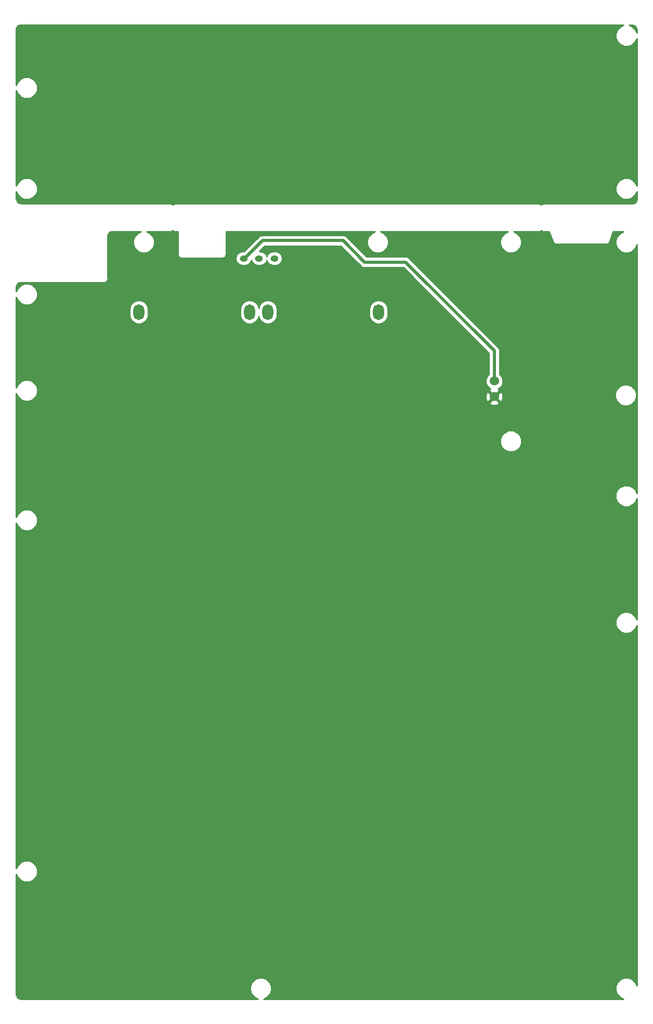
<source format=gtl>
G04 #@! TF.GenerationSoftware,KiCad,Pcbnew,(5.1.5)-3*
G04 #@! TF.CreationDate,2021-03-06T01:54:51+09:00*
G04 #@! TF.ProjectId,Getta25,47657474-6132-4352-9e6b-696361645f70,rev?*
G04 #@! TF.SameCoordinates,Original*
G04 #@! TF.FileFunction,Copper,L1,Top*
G04 #@! TF.FilePolarity,Positive*
%FSLAX46Y46*%
G04 Gerber Fmt 4.6, Leading zero omitted, Abs format (unit mm)*
G04 Created by KiCad (PCBNEW (5.1.5)-3) date 2021-03-06 01:54:51*
%MOMM*%
%LPD*%
G04 APERTURE LIST*
%ADD10C,1.524000*%
%ADD11O,1.300000X1.000000*%
%ADD12O,1.800000X2.550000*%
%ADD13C,0.500000*%
%ADD14C,0.254000*%
G04 APERTURE END LIST*
D10*
X101850000Y-35206000D03*
X101850000Y-37746000D03*
D11*
X66050000Y-15250000D03*
X63550000Y-15250000D03*
X61050000Y-15250000D03*
D12*
X44000000Y-24000000D03*
X62000000Y-24000000D03*
X83000000Y-24000000D03*
X65000000Y-24000000D03*
D13*
X101850000Y-35206000D02*
X101850000Y-30300000D01*
X64100000Y-12350000D02*
X72350000Y-12350000D01*
X61200000Y-15250000D02*
X64100000Y-12350000D01*
X61050000Y-15250000D02*
X61200000Y-15250000D01*
X80725000Y-15850000D02*
X77225000Y-12350000D01*
X87400000Y-15850000D02*
X80725000Y-15850000D01*
X77225000Y-12350000D02*
X72350000Y-12350000D01*
X101850000Y-30300000D02*
X87400000Y-15850000D01*
D14*
G36*
X122421891Y22508349D02*
G01*
X122416534Y22494957D01*
X122373451Y22477112D01*
X121885388Y21989049D01*
X121867543Y21945966D01*
X121854151Y21940609D01*
X121742497Y21644079D01*
X121621250Y21351363D01*
X121621250Y21322073D01*
X121610927Y21294657D01*
X121621250Y20977966D01*
X121621250Y20661137D01*
X121632460Y20634074D01*
X121633414Y20604797D01*
X121854151Y20071891D01*
X121867543Y20066534D01*
X121885388Y20023451D01*
X122373451Y19535388D01*
X122416534Y19517543D01*
X122421891Y19504151D01*
X122718421Y19392497D01*
X123011137Y19271250D01*
X123040427Y19271250D01*
X123067843Y19260927D01*
X123384534Y19271250D01*
X123701363Y19271250D01*
X123728426Y19282460D01*
X123757703Y19283414D01*
X124290609Y19504151D01*
X124295966Y19517543D01*
X124339049Y19535388D01*
X124827112Y20023451D01*
X124844957Y20066534D01*
X124858349Y20071891D01*
X124970003Y20368421D01*
X125052500Y20567586D01*
X125052501Y-3434365D01*
X124858349Y-2965641D01*
X124844957Y-2960284D01*
X124827112Y-2917201D01*
X124339049Y-2429138D01*
X124295966Y-2411293D01*
X124290609Y-2397901D01*
X123994079Y-2286247D01*
X123701363Y-2165000D01*
X123672073Y-2165000D01*
X123644657Y-2154677D01*
X123327966Y-2165000D01*
X123011137Y-2165000D01*
X122984074Y-2176210D01*
X122954797Y-2177164D01*
X122421891Y-2397901D01*
X122416534Y-2411293D01*
X122373451Y-2429138D01*
X121885388Y-2917201D01*
X121867543Y-2960284D01*
X121854151Y-2965641D01*
X121742497Y-3262171D01*
X121621250Y-3554887D01*
X121621250Y-3584177D01*
X121610927Y-3611593D01*
X121621250Y-3928284D01*
X121621250Y-4245113D01*
X121632460Y-4272176D01*
X121633414Y-4301453D01*
X121854151Y-4834359D01*
X121867543Y-4839716D01*
X121885388Y-4882799D01*
X122373451Y-5370862D01*
X122416534Y-5388707D01*
X122421891Y-5402099D01*
X122718421Y-5513753D01*
X123011137Y-5635000D01*
X123040427Y-5635000D01*
X123067843Y-5645323D01*
X123384534Y-5635000D01*
X123701363Y-5635000D01*
X123728426Y-5623790D01*
X123757703Y-5622836D01*
X124290609Y-5402099D01*
X124295966Y-5388707D01*
X124339049Y-5370862D01*
X124827112Y-4882799D01*
X124844957Y-4839716D01*
X124858349Y-4834359D01*
X124970003Y-4537829D01*
X125052501Y-4338662D01*
X125052501Y-5600066D01*
X125003069Y-5880408D01*
X124891163Y-6074234D01*
X124719719Y-6218094D01*
X124480645Y-6305109D01*
X124367595Y-6315000D01*
X110067461Y-6315000D01*
X110000000Y-6301581D01*
X109932538Y-6315000D01*
X109732727Y-6354745D01*
X109506143Y-6506143D01*
X109500000Y-6515337D01*
X109493857Y-6506143D01*
X109267273Y-6354745D01*
X109067462Y-6315000D01*
X109067461Y-6315000D01*
X109000000Y-6301581D01*
X108932538Y-6315000D01*
X50067461Y-6315000D01*
X50000000Y-6301581D01*
X49932538Y-6315000D01*
X49732727Y-6354745D01*
X49506143Y-6506143D01*
X49500000Y-6515337D01*
X49493857Y-6506143D01*
X49267273Y-6354745D01*
X49067462Y-6315000D01*
X49067461Y-6315000D01*
X49000000Y-6301581D01*
X48932538Y-6315000D01*
X24743678Y-6315000D01*
X24463342Y-6265569D01*
X24269516Y-6153663D01*
X24125656Y-5982219D01*
X24038641Y-5743145D01*
X24028750Y-5630095D01*
X24028750Y-4365637D01*
X24222901Y-4834359D01*
X24236293Y-4839716D01*
X24254138Y-4882799D01*
X24742201Y-5370862D01*
X24785284Y-5388707D01*
X24790641Y-5402099D01*
X25087171Y-5513753D01*
X25379887Y-5635000D01*
X25409177Y-5635000D01*
X25436593Y-5645323D01*
X25753284Y-5635000D01*
X26070113Y-5635000D01*
X26097176Y-5623790D01*
X26126453Y-5622836D01*
X26659359Y-5402099D01*
X26664716Y-5388707D01*
X26707799Y-5370862D01*
X27195862Y-4882799D01*
X27213707Y-4839716D01*
X27227099Y-4834359D01*
X27338753Y-4537829D01*
X27460000Y-4245113D01*
X27460000Y-4215823D01*
X27470323Y-4188407D01*
X27460000Y-3871716D01*
X27460000Y-3554887D01*
X27448790Y-3527824D01*
X27447836Y-3498547D01*
X27227099Y-2965641D01*
X27213707Y-2960284D01*
X27195862Y-2917201D01*
X26707799Y-2429138D01*
X26664716Y-2411293D01*
X26659359Y-2397901D01*
X26362829Y-2286247D01*
X26070113Y-2165000D01*
X26040823Y-2165000D01*
X26013407Y-2154677D01*
X25696716Y-2165000D01*
X25379887Y-2165000D01*
X25352824Y-2176210D01*
X25323547Y-2177164D01*
X24790641Y-2397901D01*
X24785284Y-2411293D01*
X24742201Y-2429138D01*
X24254138Y-2917201D01*
X24236293Y-2960284D01*
X24222901Y-2965641D01*
X24111247Y-3262171D01*
X24028750Y-3461336D01*
X24028750Y12040613D01*
X24222901Y11571891D01*
X24236293Y11566534D01*
X24254138Y11523451D01*
X24742201Y11035388D01*
X24785284Y11017543D01*
X24790641Y11004151D01*
X25087171Y10892497D01*
X25379887Y10771250D01*
X25409177Y10771250D01*
X25436593Y10760927D01*
X25753284Y10771250D01*
X26070113Y10771250D01*
X26097176Y10782460D01*
X26126453Y10783414D01*
X26659359Y11004151D01*
X26664716Y11017543D01*
X26707799Y11035388D01*
X27195862Y11523451D01*
X27213707Y11566534D01*
X27227099Y11571891D01*
X27338753Y11868421D01*
X27460000Y12161137D01*
X27460000Y12190427D01*
X27470323Y12217843D01*
X27460000Y12534534D01*
X27460000Y12851363D01*
X27448790Y12878426D01*
X27447836Y12907703D01*
X27227099Y13440609D01*
X27213707Y13445966D01*
X27195862Y13489049D01*
X26707799Y13977112D01*
X26664716Y13994957D01*
X26659359Y14008349D01*
X26362829Y14120003D01*
X26070113Y14241250D01*
X26040823Y14241250D01*
X26013407Y14251573D01*
X25696716Y14241250D01*
X25379887Y14241250D01*
X25352824Y14230040D01*
X25323547Y14229086D01*
X24790641Y14008349D01*
X24785284Y13994957D01*
X24742201Y13977112D01*
X24254138Y13489049D01*
X24236293Y13445966D01*
X24222901Y13440609D01*
X24111247Y13144079D01*
X24028750Y12944914D01*
X24028750Y21987572D01*
X24078181Y22267908D01*
X24190086Y22461734D01*
X24361532Y22605594D01*
X24600602Y22692609D01*
X24713655Y22702500D01*
X122890613Y22702500D01*
X122421891Y22508349D01*
G37*
X122421891Y22508349D02*
X122416534Y22494957D01*
X122373451Y22477112D01*
X121885388Y21989049D01*
X121867543Y21945966D01*
X121854151Y21940609D01*
X121742497Y21644079D01*
X121621250Y21351363D01*
X121621250Y21322073D01*
X121610927Y21294657D01*
X121621250Y20977966D01*
X121621250Y20661137D01*
X121632460Y20634074D01*
X121633414Y20604797D01*
X121854151Y20071891D01*
X121867543Y20066534D01*
X121885388Y20023451D01*
X122373451Y19535388D01*
X122416534Y19517543D01*
X122421891Y19504151D01*
X122718421Y19392497D01*
X123011137Y19271250D01*
X123040427Y19271250D01*
X123067843Y19260927D01*
X123384534Y19271250D01*
X123701363Y19271250D01*
X123728426Y19282460D01*
X123757703Y19283414D01*
X124290609Y19504151D01*
X124295966Y19517543D01*
X124339049Y19535388D01*
X124827112Y20023451D01*
X124844957Y20066534D01*
X124858349Y20071891D01*
X124970003Y20368421D01*
X125052500Y20567586D01*
X125052501Y-3434365D01*
X124858349Y-2965641D01*
X124844957Y-2960284D01*
X124827112Y-2917201D01*
X124339049Y-2429138D01*
X124295966Y-2411293D01*
X124290609Y-2397901D01*
X123994079Y-2286247D01*
X123701363Y-2165000D01*
X123672073Y-2165000D01*
X123644657Y-2154677D01*
X123327966Y-2165000D01*
X123011137Y-2165000D01*
X122984074Y-2176210D01*
X122954797Y-2177164D01*
X122421891Y-2397901D01*
X122416534Y-2411293D01*
X122373451Y-2429138D01*
X121885388Y-2917201D01*
X121867543Y-2960284D01*
X121854151Y-2965641D01*
X121742497Y-3262171D01*
X121621250Y-3554887D01*
X121621250Y-3584177D01*
X121610927Y-3611593D01*
X121621250Y-3928284D01*
X121621250Y-4245113D01*
X121632460Y-4272176D01*
X121633414Y-4301453D01*
X121854151Y-4834359D01*
X121867543Y-4839716D01*
X121885388Y-4882799D01*
X122373451Y-5370862D01*
X122416534Y-5388707D01*
X122421891Y-5402099D01*
X122718421Y-5513753D01*
X123011137Y-5635000D01*
X123040427Y-5635000D01*
X123067843Y-5645323D01*
X123384534Y-5635000D01*
X123701363Y-5635000D01*
X123728426Y-5623790D01*
X123757703Y-5622836D01*
X124290609Y-5402099D01*
X124295966Y-5388707D01*
X124339049Y-5370862D01*
X124827112Y-4882799D01*
X124844957Y-4839716D01*
X124858349Y-4834359D01*
X124970003Y-4537829D01*
X125052501Y-4338662D01*
X125052501Y-5600066D01*
X125003069Y-5880408D01*
X124891163Y-6074234D01*
X124719719Y-6218094D01*
X124480645Y-6305109D01*
X124367595Y-6315000D01*
X110067461Y-6315000D01*
X110000000Y-6301581D01*
X109932538Y-6315000D01*
X109732727Y-6354745D01*
X109506143Y-6506143D01*
X109500000Y-6515337D01*
X109493857Y-6506143D01*
X109267273Y-6354745D01*
X109067462Y-6315000D01*
X109067461Y-6315000D01*
X109000000Y-6301581D01*
X108932538Y-6315000D01*
X50067461Y-6315000D01*
X50000000Y-6301581D01*
X49932538Y-6315000D01*
X49732727Y-6354745D01*
X49506143Y-6506143D01*
X49500000Y-6515337D01*
X49493857Y-6506143D01*
X49267273Y-6354745D01*
X49067462Y-6315000D01*
X49067461Y-6315000D01*
X49000000Y-6301581D01*
X48932538Y-6315000D01*
X24743678Y-6315000D01*
X24463342Y-6265569D01*
X24269516Y-6153663D01*
X24125656Y-5982219D01*
X24038641Y-5743145D01*
X24028750Y-5630095D01*
X24028750Y-4365637D01*
X24222901Y-4834359D01*
X24236293Y-4839716D01*
X24254138Y-4882799D01*
X24742201Y-5370862D01*
X24785284Y-5388707D01*
X24790641Y-5402099D01*
X25087171Y-5513753D01*
X25379887Y-5635000D01*
X25409177Y-5635000D01*
X25436593Y-5645323D01*
X25753284Y-5635000D01*
X26070113Y-5635000D01*
X26097176Y-5623790D01*
X26126453Y-5622836D01*
X26659359Y-5402099D01*
X26664716Y-5388707D01*
X26707799Y-5370862D01*
X27195862Y-4882799D01*
X27213707Y-4839716D01*
X27227099Y-4834359D01*
X27338753Y-4537829D01*
X27460000Y-4245113D01*
X27460000Y-4215823D01*
X27470323Y-4188407D01*
X27460000Y-3871716D01*
X27460000Y-3554887D01*
X27448790Y-3527824D01*
X27447836Y-3498547D01*
X27227099Y-2965641D01*
X27213707Y-2960284D01*
X27195862Y-2917201D01*
X26707799Y-2429138D01*
X26664716Y-2411293D01*
X26659359Y-2397901D01*
X26362829Y-2286247D01*
X26070113Y-2165000D01*
X26040823Y-2165000D01*
X26013407Y-2154677D01*
X25696716Y-2165000D01*
X25379887Y-2165000D01*
X25352824Y-2176210D01*
X25323547Y-2177164D01*
X24790641Y-2397901D01*
X24785284Y-2411293D01*
X24742201Y-2429138D01*
X24254138Y-2917201D01*
X24236293Y-2960284D01*
X24222901Y-2965641D01*
X24111247Y-3262171D01*
X24028750Y-3461336D01*
X24028750Y12040613D01*
X24222901Y11571891D01*
X24236293Y11566534D01*
X24254138Y11523451D01*
X24742201Y11035388D01*
X24785284Y11017543D01*
X24790641Y11004151D01*
X25087171Y10892497D01*
X25379887Y10771250D01*
X25409177Y10771250D01*
X25436593Y10760927D01*
X25753284Y10771250D01*
X26070113Y10771250D01*
X26097176Y10782460D01*
X26126453Y10783414D01*
X26659359Y11004151D01*
X26664716Y11017543D01*
X26707799Y11035388D01*
X27195862Y11523451D01*
X27213707Y11566534D01*
X27227099Y11571891D01*
X27338753Y11868421D01*
X27460000Y12161137D01*
X27460000Y12190427D01*
X27470323Y12217843D01*
X27460000Y12534534D01*
X27460000Y12851363D01*
X27448790Y12878426D01*
X27447836Y12907703D01*
X27227099Y13440609D01*
X27213707Y13445966D01*
X27195862Y13489049D01*
X26707799Y13977112D01*
X26664716Y13994957D01*
X26659359Y14008349D01*
X26362829Y14120003D01*
X26070113Y14241250D01*
X26040823Y14241250D01*
X26013407Y14251573D01*
X25696716Y14241250D01*
X25379887Y14241250D01*
X25352824Y14230040D01*
X25323547Y14229086D01*
X24790641Y14008349D01*
X24785284Y13994957D01*
X24742201Y13977112D01*
X24254138Y13489049D01*
X24236293Y13445966D01*
X24222901Y13440609D01*
X24111247Y13144079D01*
X24028750Y12944914D01*
X24028750Y21987572D01*
X24078181Y22267908D01*
X24190086Y22461734D01*
X24361532Y22605594D01*
X24600602Y22692609D01*
X24713655Y22702500D01*
X122890613Y22702500D01*
X122421891Y22508349D01*
G36*
X124617908Y22653069D02*
G01*
X124811734Y22541164D01*
X124955594Y22369718D01*
X125042609Y22130648D01*
X125052500Y22017595D01*
X125052500Y21471887D01*
X124858349Y21940609D01*
X124844957Y21945966D01*
X124827112Y21989049D01*
X124339049Y22477112D01*
X124295966Y22494957D01*
X124290609Y22508349D01*
X123994079Y22620003D01*
X123794914Y22702500D01*
X124337572Y22702500D01*
X124617908Y22653069D01*
G37*
X124617908Y22653069D02*
X124811734Y22541164D01*
X124955594Y22369718D01*
X125042609Y22130648D01*
X125052500Y22017595D01*
X125052500Y21471887D01*
X124858349Y21940609D01*
X124844957Y21945966D01*
X124827112Y21989049D01*
X124339049Y22477112D01*
X124295966Y22494957D01*
X124290609Y22508349D01*
X123994079Y22620003D01*
X123794914Y22702500D01*
X124337572Y22702500D01*
X124617908Y22653069D01*
G36*
X109506143Y-10706357D02*
G01*
X109732727Y-10857755D01*
X109932538Y-10897500D01*
X109932539Y-10897500D01*
X110000000Y-10910919D01*
X110067462Y-10897500D01*
X110772214Y-10897500D01*
X111338634Y-12436276D01*
X111354745Y-12517273D01*
X111422832Y-12619173D01*
X111486792Y-12723715D01*
X111498261Y-12732060D01*
X111506143Y-12743857D01*
X111608057Y-12811953D01*
X111707141Y-12884052D01*
X111720931Y-12887373D01*
X111732727Y-12895255D01*
X111852940Y-12919167D01*
X111972075Y-12947860D01*
X112053652Y-12935000D01*
X119946347Y-12935000D01*
X120027924Y-12947860D01*
X120147065Y-12919166D01*
X120267273Y-12895255D01*
X120279067Y-12887374D01*
X120292858Y-12884053D01*
X120391940Y-12811955D01*
X120493857Y-12743857D01*
X120501740Y-12732059D01*
X120513207Y-12723715D01*
X120577156Y-12619191D01*
X120645255Y-12517273D01*
X120661368Y-12436270D01*
X121227786Y-10897500D01*
X122917586Y-10897500D01*
X122373451Y-11122888D01*
X121885388Y-11610951D01*
X121621250Y-12248637D01*
X121621250Y-12938863D01*
X121885388Y-13576549D01*
X122373451Y-14064612D01*
X123011137Y-14328750D01*
X123701363Y-14328750D01*
X124339049Y-14064612D01*
X124827112Y-13576549D01*
X125052500Y-13032414D01*
X125052500Y-53461337D01*
X124827112Y-52917201D01*
X124339049Y-52429138D01*
X123701363Y-52165000D01*
X123011137Y-52165000D01*
X122373451Y-52429138D01*
X121885388Y-52917201D01*
X121621250Y-53554887D01*
X121621250Y-54245113D01*
X121885388Y-54882799D01*
X122373451Y-55370862D01*
X123011137Y-55635000D01*
X123701363Y-55635000D01*
X124339049Y-55370862D01*
X124827112Y-54882799D01*
X125052500Y-54338663D01*
X125052501Y-74067587D01*
X124827112Y-73523451D01*
X124339049Y-73035388D01*
X123701363Y-72771250D01*
X123011137Y-72771250D01*
X122373451Y-73035388D01*
X121885388Y-73523451D01*
X121621250Y-74161137D01*
X121621250Y-74851363D01*
X121885388Y-75489049D01*
X122373451Y-75977112D01*
X123011137Y-76241250D01*
X123701363Y-76241250D01*
X124339049Y-75977112D01*
X124827112Y-75489049D01*
X125052501Y-74944913D01*
X125052501Y-133598839D01*
X124827112Y-133054701D01*
X124339049Y-132566638D01*
X123701363Y-132302500D01*
X123011137Y-132302500D01*
X122373451Y-132566638D01*
X121885388Y-133054701D01*
X121621250Y-133692387D01*
X121621250Y-134382613D01*
X121885388Y-135020299D01*
X122373451Y-135508362D01*
X122917586Y-135733750D01*
X64263664Y-135733750D01*
X64807799Y-135508362D01*
X65295862Y-135020299D01*
X65560000Y-134382613D01*
X65560000Y-133692387D01*
X65295862Y-133054701D01*
X64807799Y-132566638D01*
X64170113Y-132302500D01*
X63479887Y-132302500D01*
X62842201Y-132566638D01*
X62354138Y-133054701D01*
X62090000Y-133692387D01*
X62090000Y-134382613D01*
X62354138Y-135020299D01*
X62842201Y-135508362D01*
X63386336Y-135733750D01*
X24743678Y-135733750D01*
X24463342Y-135684319D01*
X24269516Y-135572413D01*
X24125656Y-135400969D01*
X24038641Y-135161895D01*
X24028750Y-135048845D01*
X24028750Y-115426164D01*
X24254138Y-115970299D01*
X24742201Y-116458362D01*
X25379887Y-116722500D01*
X26070113Y-116722500D01*
X26707799Y-116458362D01*
X27195862Y-115970299D01*
X27460000Y-115332613D01*
X27460000Y-114642387D01*
X27195862Y-114004701D01*
X26707799Y-113516638D01*
X26070113Y-113252500D01*
X25379887Y-113252500D01*
X24742201Y-113516638D01*
X24254138Y-114004701D01*
X24028750Y-114548836D01*
X24028750Y-58276164D01*
X24254138Y-58820299D01*
X24742201Y-59308362D01*
X25379887Y-59572500D01*
X26070113Y-59572500D01*
X26707799Y-59308362D01*
X27195862Y-58820299D01*
X27460000Y-58182613D01*
X27460000Y-57492387D01*
X27195862Y-56854701D01*
X26707799Y-56366638D01*
X26070113Y-56102500D01*
X25379887Y-56102500D01*
X24742201Y-56366638D01*
X24254138Y-56854701D01*
X24028750Y-57398836D01*
X24028750Y-44654887D01*
X102815000Y-44654887D01*
X102815000Y-45345113D01*
X103079138Y-45982799D01*
X103567201Y-46470862D01*
X104204887Y-46735000D01*
X104895113Y-46735000D01*
X105532799Y-46470862D01*
X106020862Y-45982799D01*
X106285000Y-45345113D01*
X106285000Y-44654887D01*
X106020862Y-44017201D01*
X105532799Y-43529138D01*
X104895113Y-43265000D01*
X104204887Y-43265000D01*
X103567201Y-43529138D01*
X103079138Y-44017201D01*
X102815000Y-44654887D01*
X24028750Y-44654887D01*
X24028750Y-38726213D01*
X101049392Y-38726213D01*
X101118857Y-38968397D01*
X101642302Y-39155144D01*
X102197368Y-39127362D01*
X102581143Y-38968397D01*
X102650608Y-38726213D01*
X101850000Y-37925605D01*
X101049392Y-38726213D01*
X24028750Y-38726213D01*
X24028750Y-37188664D01*
X24254138Y-37732799D01*
X24742201Y-38220862D01*
X25379887Y-38485000D01*
X26070113Y-38485000D01*
X26707799Y-38220862D01*
X27195862Y-37732799D01*
X27276425Y-37538302D01*
X100440856Y-37538302D01*
X100468638Y-38093368D01*
X100627603Y-38477143D01*
X100869787Y-38546608D01*
X101670395Y-37746000D01*
X102029605Y-37746000D01*
X102830213Y-38546608D01*
X103072397Y-38477143D01*
X103259144Y-37953698D01*
X103231362Y-37398632D01*
X103130400Y-37154887D01*
X121515000Y-37154887D01*
X121515000Y-37845113D01*
X121779138Y-38482799D01*
X122267201Y-38970862D01*
X122904887Y-39235000D01*
X123595113Y-39235000D01*
X124232799Y-38970862D01*
X124720862Y-38482799D01*
X124985000Y-37845113D01*
X124985000Y-37154887D01*
X124720862Y-36517201D01*
X124232799Y-36029138D01*
X123595113Y-35765000D01*
X122904887Y-35765000D01*
X122267201Y-36029138D01*
X121779138Y-36517201D01*
X121515000Y-37154887D01*
X103130400Y-37154887D01*
X103072397Y-37014857D01*
X102830213Y-36945392D01*
X102029605Y-37746000D01*
X101670395Y-37746000D01*
X100869787Y-36945392D01*
X100627603Y-37014857D01*
X100440856Y-37538302D01*
X27276425Y-37538302D01*
X27460000Y-37095113D01*
X27460000Y-36404887D01*
X27195862Y-35767201D01*
X26707799Y-35279138D01*
X26070113Y-35015000D01*
X25379887Y-35015000D01*
X24742201Y-35279138D01*
X24254138Y-35767201D01*
X24028750Y-36311336D01*
X24028750Y-23473819D01*
X42465000Y-23473819D01*
X42465000Y-24526182D01*
X42554062Y-24973927D01*
X42893327Y-25481673D01*
X43401074Y-25820938D01*
X44000000Y-25940072D01*
X44598927Y-25820938D01*
X45106673Y-25481673D01*
X45445938Y-24973927D01*
X45535000Y-24526181D01*
X45535000Y-23473819D01*
X60465000Y-23473819D01*
X60465000Y-24526182D01*
X60554062Y-24973927D01*
X60893327Y-25481673D01*
X61401074Y-25820938D01*
X62000000Y-25940072D01*
X62598927Y-25820938D01*
X63106673Y-25481673D01*
X63445938Y-24973927D01*
X63500000Y-24702139D01*
X63554062Y-24973927D01*
X63893327Y-25481673D01*
X64401074Y-25820938D01*
X65000000Y-25940072D01*
X65598927Y-25820938D01*
X66106673Y-25481673D01*
X66445938Y-24973927D01*
X66535000Y-24526181D01*
X66535000Y-23473819D01*
X81465000Y-23473819D01*
X81465000Y-24526182D01*
X81554062Y-24973927D01*
X81893327Y-25481673D01*
X82401074Y-25820938D01*
X83000000Y-25940072D01*
X83598927Y-25820938D01*
X84106673Y-25481673D01*
X84445938Y-24973927D01*
X84535000Y-24526181D01*
X84535000Y-23473818D01*
X84445938Y-23026073D01*
X84106673Y-22518327D01*
X83598926Y-22179062D01*
X83000000Y-22059928D01*
X82401073Y-22179062D01*
X81893327Y-22518327D01*
X81554062Y-23026074D01*
X81465000Y-23473819D01*
X66535000Y-23473819D01*
X66535000Y-23473818D01*
X66445938Y-23026073D01*
X66106673Y-22518327D01*
X65598926Y-22179062D01*
X65000000Y-22059928D01*
X64401073Y-22179062D01*
X63893327Y-22518327D01*
X63554062Y-23026074D01*
X63500000Y-23297862D01*
X63445938Y-23026073D01*
X63106673Y-22518327D01*
X62598926Y-22179062D01*
X62000000Y-22059928D01*
X61401073Y-22179062D01*
X60893327Y-22518327D01*
X60554062Y-23026074D01*
X60465000Y-23473819D01*
X45535000Y-23473819D01*
X45535000Y-23473818D01*
X45445938Y-23026073D01*
X45106673Y-22518327D01*
X44598926Y-22179062D01*
X44000000Y-22059928D01*
X43401073Y-22179062D01*
X42893327Y-22518327D01*
X42554062Y-23026074D01*
X42465000Y-23473819D01*
X24028750Y-23473819D01*
X24028750Y-21532414D01*
X24254138Y-22076549D01*
X24742201Y-22564612D01*
X25379887Y-22828750D01*
X26070113Y-22828750D01*
X26707799Y-22564612D01*
X27195862Y-22076549D01*
X27460000Y-21438863D01*
X27460000Y-20748637D01*
X27195862Y-20110951D01*
X26707799Y-19622888D01*
X26070113Y-19358750D01*
X25379887Y-19358750D01*
X24742201Y-19622888D01*
X24254138Y-20110951D01*
X24028750Y-20655086D01*
X24028750Y-19895675D01*
X24077431Y-19619592D01*
X24189336Y-19425766D01*
X24360782Y-19281906D01*
X24599852Y-19194891D01*
X24712905Y-19185000D01*
X38182538Y-19185000D01*
X38250000Y-19198419D01*
X38317461Y-19185000D01*
X38317462Y-19185000D01*
X38517273Y-19145255D01*
X38743857Y-18993857D01*
X38895255Y-18767273D01*
X38948419Y-18500000D01*
X38935000Y-18432538D01*
X38935000Y-15250000D01*
X59742765Y-15250000D01*
X59830854Y-15692855D01*
X60081711Y-16068289D01*
X60457145Y-16319146D01*
X60788217Y-16385000D01*
X61311783Y-16385000D01*
X61642855Y-16319146D01*
X62018289Y-16068289D01*
X62269146Y-15692855D01*
X62300000Y-15537741D01*
X62330854Y-15692855D01*
X62581711Y-16068289D01*
X62957145Y-16319146D01*
X63288217Y-16385000D01*
X63811783Y-16385000D01*
X64142855Y-16319146D01*
X64518289Y-16068289D01*
X64769146Y-15692855D01*
X64800000Y-15537741D01*
X64830854Y-15692855D01*
X65081711Y-16068289D01*
X65457145Y-16319146D01*
X65788217Y-16385000D01*
X66311783Y-16385000D01*
X66642855Y-16319146D01*
X67018289Y-16068289D01*
X67269146Y-15692855D01*
X67357235Y-15250000D01*
X67269146Y-14807145D01*
X67018289Y-14431711D01*
X66642855Y-14180854D01*
X66311783Y-14115000D01*
X65788217Y-14115000D01*
X65457145Y-14180854D01*
X65081711Y-14431711D01*
X64830854Y-14807145D01*
X64800000Y-14962259D01*
X64769146Y-14807145D01*
X64518289Y-14431711D01*
X64142855Y-14180854D01*
X63811783Y-14115000D01*
X63586579Y-14115000D01*
X64466579Y-13235000D01*
X76858422Y-13235000D01*
X80037577Y-16414156D01*
X80086951Y-16488049D01*
X80160844Y-16537423D01*
X80160845Y-16537424D01*
X80271880Y-16611615D01*
X80379690Y-16683652D01*
X80637835Y-16735000D01*
X80637839Y-16735000D01*
X80724999Y-16752337D01*
X80812159Y-16735000D01*
X87033422Y-16735000D01*
X100965001Y-30666580D01*
X100965000Y-34115343D01*
X100665680Y-34414663D01*
X100453000Y-34928119D01*
X100453000Y-35483881D01*
X100665680Y-35997337D01*
X101058663Y-36390320D01*
X101249647Y-36469428D01*
X101118857Y-36523603D01*
X101049392Y-36765787D01*
X101850000Y-37566395D01*
X102650608Y-36765787D01*
X102581143Y-36523603D01*
X102440607Y-36473465D01*
X102641337Y-36390320D01*
X103034320Y-35997337D01*
X103247000Y-35483881D01*
X103247000Y-34928119D01*
X103034320Y-34414663D01*
X102735000Y-34115343D01*
X102735000Y-30387161D01*
X102752337Y-30300000D01*
X102735000Y-30212839D01*
X102735000Y-30212835D01*
X102683652Y-29954690D01*
X102488049Y-29661951D01*
X102414156Y-29612577D01*
X88087425Y-15285847D01*
X88038049Y-15211951D01*
X87745310Y-15016348D01*
X87487165Y-14965000D01*
X87487161Y-14965000D01*
X87400000Y-14947663D01*
X87312839Y-14965000D01*
X81091579Y-14965000D01*
X77912425Y-11785847D01*
X77863049Y-11711951D01*
X77570310Y-11516348D01*
X77312165Y-11465000D01*
X77312161Y-11465000D01*
X77225000Y-11447663D01*
X77137839Y-11465000D01*
X64187159Y-11465000D01*
X64099999Y-11447663D01*
X64012839Y-11465000D01*
X64012835Y-11465000D01*
X63754690Y-11516348D01*
X63693711Y-11557093D01*
X63535845Y-11662576D01*
X63535844Y-11662577D01*
X63461951Y-11711951D01*
X63412577Y-11785844D01*
X61083422Y-14115000D01*
X60788217Y-14115000D01*
X60457145Y-14180854D01*
X60081711Y-14431711D01*
X59830854Y-14807145D01*
X59742765Y-15250000D01*
X38935000Y-15250000D01*
X38935000Y-11612428D01*
X38984431Y-11332092D01*
X39096336Y-11138266D01*
X39267782Y-10994406D01*
X39506852Y-10907391D01*
X39619905Y-10897500D01*
X44336336Y-10897500D01*
X43792201Y-11122888D01*
X43304138Y-11610951D01*
X43040000Y-12248637D01*
X43040000Y-12938863D01*
X43304138Y-13576549D01*
X43792201Y-14064612D01*
X44429887Y-14328750D01*
X45120113Y-14328750D01*
X45757799Y-14064612D01*
X46245862Y-13576549D01*
X46510000Y-12938863D01*
X46510000Y-12248637D01*
X46245862Y-11610951D01*
X45757799Y-11122888D01*
X45213664Y-10897500D01*
X48932539Y-10897500D01*
X49000000Y-10910919D01*
X49082459Y-10894517D01*
X49267273Y-10857755D01*
X49493857Y-10706357D01*
X49500000Y-10697163D01*
X49506143Y-10706357D01*
X49732727Y-10857755D01*
X49932538Y-10897500D01*
X49932539Y-10897500D01*
X50000000Y-10910919D01*
X50067462Y-10897500D01*
X50315000Y-10897500D01*
X50315001Y-14432533D01*
X50301581Y-14500000D01*
X50354745Y-14767273D01*
X50506143Y-14993857D01*
X50732727Y-15145255D01*
X50932538Y-15185000D01*
X50932539Y-15185000D01*
X51000000Y-15198419D01*
X51067462Y-15185000D01*
X57432538Y-15185000D01*
X57500000Y-15198419D01*
X57567461Y-15185000D01*
X57567462Y-15185000D01*
X57767273Y-15145255D01*
X57993857Y-14993857D01*
X58145255Y-14767273D01*
X58198419Y-14500000D01*
X58185000Y-14432538D01*
X58185000Y-10897500D01*
X82436336Y-10897500D01*
X81892201Y-11122888D01*
X81404138Y-11610951D01*
X81140000Y-12248637D01*
X81140000Y-12938863D01*
X81404138Y-13576549D01*
X81892201Y-14064612D01*
X82529887Y-14328750D01*
X83220113Y-14328750D01*
X83857799Y-14064612D01*
X84345862Y-13576549D01*
X84610000Y-12938863D01*
X84610000Y-12248637D01*
X84345862Y-11610951D01*
X83857799Y-11122888D01*
X83313664Y-10897500D01*
X104111336Y-10897500D01*
X103567201Y-11122888D01*
X103079138Y-11610951D01*
X102815000Y-12248637D01*
X102815000Y-12938863D01*
X103079138Y-13576549D01*
X103567201Y-14064612D01*
X104204887Y-14328750D01*
X104895113Y-14328750D01*
X105532799Y-14064612D01*
X106020862Y-13576549D01*
X106285000Y-12938863D01*
X106285000Y-12248637D01*
X106020862Y-11610951D01*
X105532799Y-11122888D01*
X104988664Y-10897500D01*
X108932539Y-10897500D01*
X109000000Y-10910919D01*
X109082459Y-10894517D01*
X109267273Y-10857755D01*
X109493857Y-10706357D01*
X109500000Y-10697163D01*
X109506143Y-10706357D01*
G37*
X109506143Y-10706357D02*
X109732727Y-10857755D01*
X109932538Y-10897500D01*
X109932539Y-10897500D01*
X110000000Y-10910919D01*
X110067462Y-10897500D01*
X110772214Y-10897500D01*
X111338634Y-12436276D01*
X111354745Y-12517273D01*
X111422832Y-12619173D01*
X111486792Y-12723715D01*
X111498261Y-12732060D01*
X111506143Y-12743857D01*
X111608057Y-12811953D01*
X111707141Y-12884052D01*
X111720931Y-12887373D01*
X111732727Y-12895255D01*
X111852940Y-12919167D01*
X111972075Y-12947860D01*
X112053652Y-12935000D01*
X119946347Y-12935000D01*
X120027924Y-12947860D01*
X120147065Y-12919166D01*
X120267273Y-12895255D01*
X120279067Y-12887374D01*
X120292858Y-12884053D01*
X120391940Y-12811955D01*
X120493857Y-12743857D01*
X120501740Y-12732059D01*
X120513207Y-12723715D01*
X120577156Y-12619191D01*
X120645255Y-12517273D01*
X120661368Y-12436270D01*
X121227786Y-10897500D01*
X122917586Y-10897500D01*
X122373451Y-11122888D01*
X121885388Y-11610951D01*
X121621250Y-12248637D01*
X121621250Y-12938863D01*
X121885388Y-13576549D01*
X122373451Y-14064612D01*
X123011137Y-14328750D01*
X123701363Y-14328750D01*
X124339049Y-14064612D01*
X124827112Y-13576549D01*
X125052500Y-13032414D01*
X125052500Y-53461337D01*
X124827112Y-52917201D01*
X124339049Y-52429138D01*
X123701363Y-52165000D01*
X123011137Y-52165000D01*
X122373451Y-52429138D01*
X121885388Y-52917201D01*
X121621250Y-53554887D01*
X121621250Y-54245113D01*
X121885388Y-54882799D01*
X122373451Y-55370862D01*
X123011137Y-55635000D01*
X123701363Y-55635000D01*
X124339049Y-55370862D01*
X124827112Y-54882799D01*
X125052500Y-54338663D01*
X125052501Y-74067587D01*
X124827112Y-73523451D01*
X124339049Y-73035388D01*
X123701363Y-72771250D01*
X123011137Y-72771250D01*
X122373451Y-73035388D01*
X121885388Y-73523451D01*
X121621250Y-74161137D01*
X121621250Y-74851363D01*
X121885388Y-75489049D01*
X122373451Y-75977112D01*
X123011137Y-76241250D01*
X123701363Y-76241250D01*
X124339049Y-75977112D01*
X124827112Y-75489049D01*
X125052501Y-74944913D01*
X125052501Y-133598839D01*
X124827112Y-133054701D01*
X124339049Y-132566638D01*
X123701363Y-132302500D01*
X123011137Y-132302500D01*
X122373451Y-132566638D01*
X121885388Y-133054701D01*
X121621250Y-133692387D01*
X121621250Y-134382613D01*
X121885388Y-135020299D01*
X122373451Y-135508362D01*
X122917586Y-135733750D01*
X64263664Y-135733750D01*
X64807799Y-135508362D01*
X65295862Y-135020299D01*
X65560000Y-134382613D01*
X65560000Y-133692387D01*
X65295862Y-133054701D01*
X64807799Y-132566638D01*
X64170113Y-132302500D01*
X63479887Y-132302500D01*
X62842201Y-132566638D01*
X62354138Y-133054701D01*
X62090000Y-133692387D01*
X62090000Y-134382613D01*
X62354138Y-135020299D01*
X62842201Y-135508362D01*
X63386336Y-135733750D01*
X24743678Y-135733750D01*
X24463342Y-135684319D01*
X24269516Y-135572413D01*
X24125656Y-135400969D01*
X24038641Y-135161895D01*
X24028750Y-135048845D01*
X24028750Y-115426164D01*
X24254138Y-115970299D01*
X24742201Y-116458362D01*
X25379887Y-116722500D01*
X26070113Y-116722500D01*
X26707799Y-116458362D01*
X27195862Y-115970299D01*
X27460000Y-115332613D01*
X27460000Y-114642387D01*
X27195862Y-114004701D01*
X26707799Y-113516638D01*
X26070113Y-113252500D01*
X25379887Y-113252500D01*
X24742201Y-113516638D01*
X24254138Y-114004701D01*
X24028750Y-114548836D01*
X24028750Y-58276164D01*
X24254138Y-58820299D01*
X24742201Y-59308362D01*
X25379887Y-59572500D01*
X26070113Y-59572500D01*
X26707799Y-59308362D01*
X27195862Y-58820299D01*
X27460000Y-58182613D01*
X27460000Y-57492387D01*
X27195862Y-56854701D01*
X26707799Y-56366638D01*
X26070113Y-56102500D01*
X25379887Y-56102500D01*
X24742201Y-56366638D01*
X24254138Y-56854701D01*
X24028750Y-57398836D01*
X24028750Y-44654887D01*
X102815000Y-44654887D01*
X102815000Y-45345113D01*
X103079138Y-45982799D01*
X103567201Y-46470862D01*
X104204887Y-46735000D01*
X104895113Y-46735000D01*
X105532799Y-46470862D01*
X106020862Y-45982799D01*
X106285000Y-45345113D01*
X106285000Y-44654887D01*
X106020862Y-44017201D01*
X105532799Y-43529138D01*
X104895113Y-43265000D01*
X104204887Y-43265000D01*
X103567201Y-43529138D01*
X103079138Y-44017201D01*
X102815000Y-44654887D01*
X24028750Y-44654887D01*
X24028750Y-38726213D01*
X101049392Y-38726213D01*
X101118857Y-38968397D01*
X101642302Y-39155144D01*
X102197368Y-39127362D01*
X102581143Y-38968397D01*
X102650608Y-38726213D01*
X101850000Y-37925605D01*
X101049392Y-38726213D01*
X24028750Y-38726213D01*
X24028750Y-37188664D01*
X24254138Y-37732799D01*
X24742201Y-38220862D01*
X25379887Y-38485000D01*
X26070113Y-38485000D01*
X26707799Y-38220862D01*
X27195862Y-37732799D01*
X27276425Y-37538302D01*
X100440856Y-37538302D01*
X100468638Y-38093368D01*
X100627603Y-38477143D01*
X100869787Y-38546608D01*
X101670395Y-37746000D01*
X102029605Y-37746000D01*
X102830213Y-38546608D01*
X103072397Y-38477143D01*
X103259144Y-37953698D01*
X103231362Y-37398632D01*
X103130400Y-37154887D01*
X121515000Y-37154887D01*
X121515000Y-37845113D01*
X121779138Y-38482799D01*
X122267201Y-38970862D01*
X122904887Y-39235000D01*
X123595113Y-39235000D01*
X124232799Y-38970862D01*
X124720862Y-38482799D01*
X124985000Y-37845113D01*
X124985000Y-37154887D01*
X124720862Y-36517201D01*
X124232799Y-36029138D01*
X123595113Y-35765000D01*
X122904887Y-35765000D01*
X122267201Y-36029138D01*
X121779138Y-36517201D01*
X121515000Y-37154887D01*
X103130400Y-37154887D01*
X103072397Y-37014857D01*
X102830213Y-36945392D01*
X102029605Y-37746000D01*
X101670395Y-37746000D01*
X100869787Y-36945392D01*
X100627603Y-37014857D01*
X100440856Y-37538302D01*
X27276425Y-37538302D01*
X27460000Y-37095113D01*
X27460000Y-36404887D01*
X27195862Y-35767201D01*
X26707799Y-35279138D01*
X26070113Y-35015000D01*
X25379887Y-35015000D01*
X24742201Y-35279138D01*
X24254138Y-35767201D01*
X24028750Y-36311336D01*
X24028750Y-23473819D01*
X42465000Y-23473819D01*
X42465000Y-24526182D01*
X42554062Y-24973927D01*
X42893327Y-25481673D01*
X43401074Y-25820938D01*
X44000000Y-25940072D01*
X44598927Y-25820938D01*
X45106673Y-25481673D01*
X45445938Y-24973927D01*
X45535000Y-24526181D01*
X45535000Y-23473819D01*
X60465000Y-23473819D01*
X60465000Y-24526182D01*
X60554062Y-24973927D01*
X60893327Y-25481673D01*
X61401074Y-25820938D01*
X62000000Y-25940072D01*
X62598927Y-25820938D01*
X63106673Y-25481673D01*
X63445938Y-24973927D01*
X63500000Y-24702139D01*
X63554062Y-24973927D01*
X63893327Y-25481673D01*
X64401074Y-25820938D01*
X65000000Y-25940072D01*
X65598927Y-25820938D01*
X66106673Y-25481673D01*
X66445938Y-24973927D01*
X66535000Y-24526181D01*
X66535000Y-23473819D01*
X81465000Y-23473819D01*
X81465000Y-24526182D01*
X81554062Y-24973927D01*
X81893327Y-25481673D01*
X82401074Y-25820938D01*
X83000000Y-25940072D01*
X83598927Y-25820938D01*
X84106673Y-25481673D01*
X84445938Y-24973927D01*
X84535000Y-24526181D01*
X84535000Y-23473818D01*
X84445938Y-23026073D01*
X84106673Y-22518327D01*
X83598926Y-22179062D01*
X83000000Y-22059928D01*
X82401073Y-22179062D01*
X81893327Y-22518327D01*
X81554062Y-23026074D01*
X81465000Y-23473819D01*
X66535000Y-23473819D01*
X66535000Y-23473818D01*
X66445938Y-23026073D01*
X66106673Y-22518327D01*
X65598926Y-22179062D01*
X65000000Y-22059928D01*
X64401073Y-22179062D01*
X63893327Y-22518327D01*
X63554062Y-23026074D01*
X63500000Y-23297862D01*
X63445938Y-23026073D01*
X63106673Y-22518327D01*
X62598926Y-22179062D01*
X62000000Y-22059928D01*
X61401073Y-22179062D01*
X60893327Y-22518327D01*
X60554062Y-23026074D01*
X60465000Y-23473819D01*
X45535000Y-23473819D01*
X45535000Y-23473818D01*
X45445938Y-23026073D01*
X45106673Y-22518327D01*
X44598926Y-22179062D01*
X44000000Y-22059928D01*
X43401073Y-22179062D01*
X42893327Y-22518327D01*
X42554062Y-23026074D01*
X42465000Y-23473819D01*
X24028750Y-23473819D01*
X24028750Y-21532414D01*
X24254138Y-22076549D01*
X24742201Y-22564612D01*
X25379887Y-22828750D01*
X26070113Y-22828750D01*
X26707799Y-22564612D01*
X27195862Y-22076549D01*
X27460000Y-21438863D01*
X27460000Y-20748637D01*
X27195862Y-20110951D01*
X26707799Y-19622888D01*
X26070113Y-19358750D01*
X25379887Y-19358750D01*
X24742201Y-19622888D01*
X24254138Y-20110951D01*
X24028750Y-20655086D01*
X24028750Y-19895675D01*
X24077431Y-19619592D01*
X24189336Y-19425766D01*
X24360782Y-19281906D01*
X24599852Y-19194891D01*
X24712905Y-19185000D01*
X38182538Y-19185000D01*
X38250000Y-19198419D01*
X38317461Y-19185000D01*
X38317462Y-19185000D01*
X38517273Y-19145255D01*
X38743857Y-18993857D01*
X38895255Y-18767273D01*
X38948419Y-18500000D01*
X38935000Y-18432538D01*
X38935000Y-15250000D01*
X59742765Y-15250000D01*
X59830854Y-15692855D01*
X60081711Y-16068289D01*
X60457145Y-16319146D01*
X60788217Y-16385000D01*
X61311783Y-16385000D01*
X61642855Y-16319146D01*
X62018289Y-16068289D01*
X62269146Y-15692855D01*
X62300000Y-15537741D01*
X62330854Y-15692855D01*
X62581711Y-16068289D01*
X62957145Y-16319146D01*
X63288217Y-16385000D01*
X63811783Y-16385000D01*
X64142855Y-16319146D01*
X64518289Y-16068289D01*
X64769146Y-15692855D01*
X64800000Y-15537741D01*
X64830854Y-15692855D01*
X65081711Y-16068289D01*
X65457145Y-16319146D01*
X65788217Y-16385000D01*
X66311783Y-16385000D01*
X66642855Y-16319146D01*
X67018289Y-16068289D01*
X67269146Y-15692855D01*
X67357235Y-15250000D01*
X67269146Y-14807145D01*
X67018289Y-14431711D01*
X66642855Y-14180854D01*
X66311783Y-14115000D01*
X65788217Y-14115000D01*
X65457145Y-14180854D01*
X65081711Y-14431711D01*
X64830854Y-14807145D01*
X64800000Y-14962259D01*
X64769146Y-14807145D01*
X64518289Y-14431711D01*
X64142855Y-14180854D01*
X63811783Y-14115000D01*
X63586579Y-14115000D01*
X64466579Y-13235000D01*
X76858422Y-13235000D01*
X80037577Y-16414156D01*
X80086951Y-16488049D01*
X80160844Y-16537423D01*
X80160845Y-16537424D01*
X80271880Y-16611615D01*
X80379690Y-16683652D01*
X80637835Y-16735000D01*
X80637839Y-16735000D01*
X80724999Y-16752337D01*
X80812159Y-16735000D01*
X87033422Y-16735000D01*
X100965001Y-30666580D01*
X100965000Y-34115343D01*
X100665680Y-34414663D01*
X100453000Y-34928119D01*
X100453000Y-35483881D01*
X100665680Y-35997337D01*
X101058663Y-36390320D01*
X101249647Y-36469428D01*
X101118857Y-36523603D01*
X101049392Y-36765787D01*
X101850000Y-37566395D01*
X102650608Y-36765787D01*
X102581143Y-36523603D01*
X102440607Y-36473465D01*
X102641337Y-36390320D01*
X103034320Y-35997337D01*
X103247000Y-35483881D01*
X103247000Y-34928119D01*
X103034320Y-34414663D01*
X102735000Y-34115343D01*
X102735000Y-30387161D01*
X102752337Y-30300000D01*
X102735000Y-30212839D01*
X102735000Y-30212835D01*
X102683652Y-29954690D01*
X102488049Y-29661951D01*
X102414156Y-29612577D01*
X88087425Y-15285847D01*
X88038049Y-15211951D01*
X87745310Y-15016348D01*
X87487165Y-14965000D01*
X87487161Y-14965000D01*
X87400000Y-14947663D01*
X87312839Y-14965000D01*
X81091579Y-14965000D01*
X77912425Y-11785847D01*
X77863049Y-11711951D01*
X77570310Y-11516348D01*
X77312165Y-11465000D01*
X77312161Y-11465000D01*
X77225000Y-11447663D01*
X77137839Y-11465000D01*
X64187159Y-11465000D01*
X64099999Y-11447663D01*
X64012839Y-11465000D01*
X64012835Y-11465000D01*
X63754690Y-11516348D01*
X63693711Y-11557093D01*
X63535845Y-11662576D01*
X63535844Y-11662577D01*
X63461951Y-11711951D01*
X63412577Y-11785844D01*
X61083422Y-14115000D01*
X60788217Y-14115000D01*
X60457145Y-14180854D01*
X60081711Y-14431711D01*
X59830854Y-14807145D01*
X59742765Y-15250000D01*
X38935000Y-15250000D01*
X38935000Y-11612428D01*
X38984431Y-11332092D01*
X39096336Y-11138266D01*
X39267782Y-10994406D01*
X39506852Y-10907391D01*
X39619905Y-10897500D01*
X44336336Y-10897500D01*
X43792201Y-11122888D01*
X43304138Y-11610951D01*
X43040000Y-12248637D01*
X43040000Y-12938863D01*
X43304138Y-13576549D01*
X43792201Y-14064612D01*
X44429887Y-14328750D01*
X45120113Y-14328750D01*
X45757799Y-14064612D01*
X46245862Y-13576549D01*
X46510000Y-12938863D01*
X46510000Y-12248637D01*
X46245862Y-11610951D01*
X45757799Y-11122888D01*
X45213664Y-10897500D01*
X48932539Y-10897500D01*
X49000000Y-10910919D01*
X49082459Y-10894517D01*
X49267273Y-10857755D01*
X49493857Y-10706357D01*
X49500000Y-10697163D01*
X49506143Y-10706357D01*
X49732727Y-10857755D01*
X49932538Y-10897500D01*
X49932539Y-10897500D01*
X50000000Y-10910919D01*
X50067462Y-10897500D01*
X50315000Y-10897500D01*
X50315001Y-14432533D01*
X50301581Y-14500000D01*
X50354745Y-14767273D01*
X50506143Y-14993857D01*
X50732727Y-15145255D01*
X50932538Y-15185000D01*
X50932539Y-15185000D01*
X51000000Y-15198419D01*
X51067462Y-15185000D01*
X57432538Y-15185000D01*
X57500000Y-15198419D01*
X57567461Y-15185000D01*
X57567462Y-15185000D01*
X57767273Y-15145255D01*
X57993857Y-14993857D01*
X58145255Y-14767273D01*
X58198419Y-14500000D01*
X58185000Y-14432538D01*
X58185000Y-10897500D01*
X82436336Y-10897500D01*
X81892201Y-11122888D01*
X81404138Y-11610951D01*
X81140000Y-12248637D01*
X81140000Y-12938863D01*
X81404138Y-13576549D01*
X81892201Y-14064612D01*
X82529887Y-14328750D01*
X83220113Y-14328750D01*
X83857799Y-14064612D01*
X84345862Y-13576549D01*
X84610000Y-12938863D01*
X84610000Y-12248637D01*
X84345862Y-11610951D01*
X83857799Y-11122888D01*
X83313664Y-10897500D01*
X104111336Y-10897500D01*
X103567201Y-11122888D01*
X103079138Y-11610951D01*
X102815000Y-12248637D01*
X102815000Y-12938863D01*
X103079138Y-13576549D01*
X103567201Y-14064612D01*
X104204887Y-14328750D01*
X104895113Y-14328750D01*
X105532799Y-14064612D01*
X106020862Y-13576549D01*
X106285000Y-12938863D01*
X106285000Y-12248637D01*
X106020862Y-11610951D01*
X105532799Y-11122888D01*
X104988664Y-10897500D01*
X108932539Y-10897500D01*
X109000000Y-10910919D01*
X109082459Y-10894517D01*
X109267273Y-10857755D01*
X109493857Y-10706357D01*
X109500000Y-10697163D01*
X109506143Y-10706357D01*
M02*

</source>
